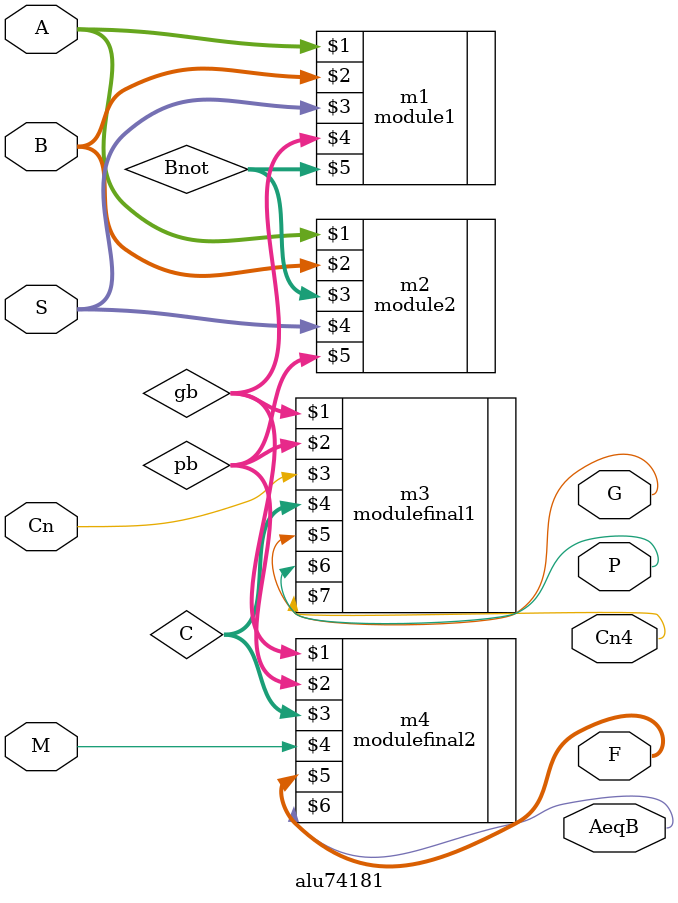
<source format=v>
`timescale 1ns / 1ps
module alu74181(
    input [3:0] A,
    input [3:0] B,
    input M,
    input [3:0] S,
    input Cn,
    output [3:0] F,
    output G,
    output P,
    output Cn4,
    output AeqB
    );
	 wire [3:0] gb, pb, C, Bnot;
	 module1 m1 (A, B, S, gb, Bnot);
	 module2 m2 (A, B, Bnot, S, pb);
	 modulefinal1 m3(gb, pb, Cn, C, G, P, Cn4);
	 modulefinal2 m4(gb, pb, C, M, F, AeqB);
endmodule

</source>
